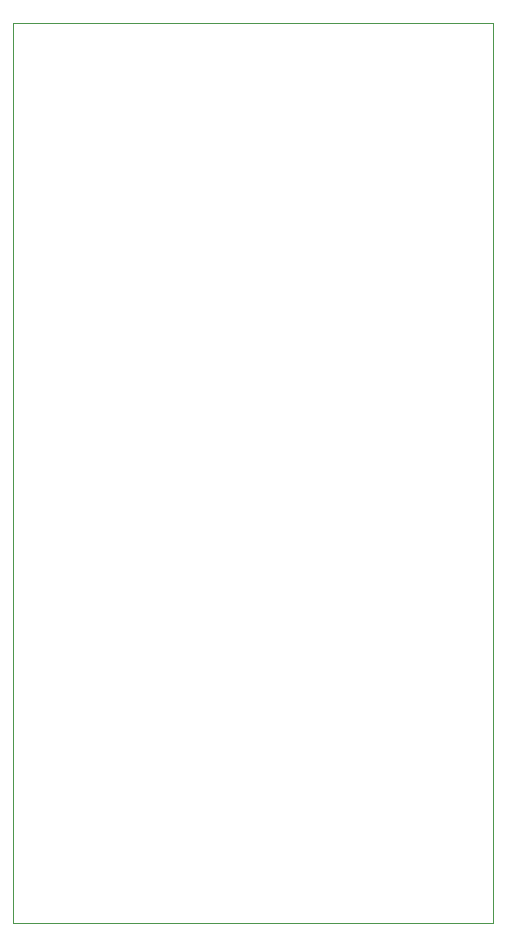
<source format=gm1>
G04 #@! TF.GenerationSoftware,KiCad,Pcbnew,(6.0.7)*
G04 #@! TF.CreationDate,2022-08-25T15:57:15-07:00*
G04 #@! TF.ProjectId,emu6802,656d7536-3830-4322-9e6b-696361645f70,rev?*
G04 #@! TF.SameCoordinates,Original*
G04 #@! TF.FileFunction,Profile,NP*
%FSLAX46Y46*%
G04 Gerber Fmt 4.6, Leading zero omitted, Abs format (unit mm)*
G04 Created by KiCad (PCBNEW (6.0.7)) date 2022-08-25 15:57:15*
%MOMM*%
%LPD*%
G01*
G04 APERTURE LIST*
G04 #@! TA.AperFunction,Profile*
%ADD10C,0.100000*%
G04 #@! TD*
G04 APERTURE END LIST*
D10*
X50800000Y-127000000D02*
X50800000Y-50800000D01*
X50800000Y-50800000D02*
X91440000Y-50800000D01*
X91440000Y-127000000D02*
X50800000Y-127000000D01*
X91440000Y-50800000D02*
X91440000Y-127000000D01*
M02*

</source>
